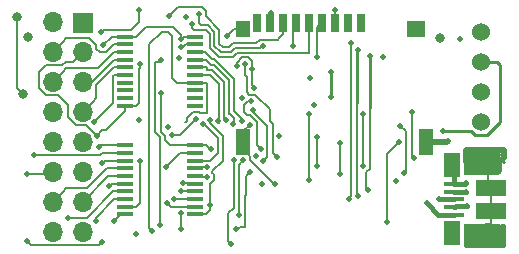
<source format=gbr>
G04 #@! TF.GenerationSoftware,KiCad,Pcbnew,5.1.5+dfsg1-2build2*
G04 #@! TF.CreationDate,2021-08-15T10:11:15+01:00*
G04 #@! TF.ProjectId,picopak,7069636f-7061-46b2-9e6b-696361645f70,rev?*
G04 #@! TF.SameCoordinates,Original*
G04 #@! TF.FileFunction,Copper,L1,Top*
G04 #@! TF.FilePolarity,Positive*
%FSLAX46Y46*%
G04 Gerber Fmt 4.6, Leading zero omitted, Abs format (unit mm)*
G04 Created by KiCad (PCBNEW 5.1.5+dfsg1-2build2) date 2021-08-15 10:11:15*
%MOMM*%
%LPD*%
G04 APERTURE LIST*
%ADD10R,1.450000X0.450000*%
%ADD11C,1.524000*%
%ADD12R,1.200000X2.200000*%
%ADD13R,1.600000X1.400000*%
%ADD14R,1.200000X1.400000*%
%ADD15R,0.700000X1.600000*%
%ADD16R,1.700000X1.700000*%
%ADD17O,1.700000X1.700000*%
%ADD18O,1.450000X1.050000*%
%ADD19R,0.700000X1.825000*%
%ADD20C,0.100000*%
%ADD21R,1.460000X2.000000*%
%ADD22R,1.750000X0.400000*%
%ADD23O,1.800000X1.300000*%
%ADD24R,2.500000X1.425000*%
%ADD25C,0.500000*%
%ADD26C,0.800000*%
%ADD27C,0.400000*%
%ADD28C,0.200000*%
%ADD29C,0.500000*%
%ADD30C,0.250000*%
G04 APERTURE END LIST*
D10*
X182550000Y-71875000D03*
X182550000Y-72525000D03*
X182550000Y-73175000D03*
X182550000Y-73825000D03*
X182550000Y-74475000D03*
X182550000Y-75125000D03*
X182550000Y-75775000D03*
X182550000Y-76425000D03*
X182550000Y-77075000D03*
X182550000Y-77725000D03*
X176650000Y-77725000D03*
X176650000Y-77075000D03*
X176650000Y-76425000D03*
X176650000Y-75775000D03*
X176650000Y-75125000D03*
X176650000Y-74475000D03*
X176650000Y-73825000D03*
X176650000Y-73175000D03*
X176650000Y-72525000D03*
X176650000Y-71875000D03*
D11*
X206800000Y-79145000D03*
X206800000Y-76605000D03*
X206800000Y-74065000D03*
X206800000Y-71525000D03*
D12*
X202150000Y-80800000D03*
X186650000Y-80800000D03*
D13*
X201250000Y-71200000D03*
D14*
X186650000Y-71200000D03*
D15*
X187800000Y-70700000D03*
X190000000Y-70700000D03*
X188900000Y-70700000D03*
X191100000Y-70700000D03*
X192200000Y-70700000D03*
X193300000Y-70700000D03*
X196600000Y-70700000D03*
X195500000Y-70700000D03*
X194400000Y-70700000D03*
D16*
X173050000Y-70700000D03*
D17*
X170510000Y-70620000D03*
X173050000Y-73160000D03*
X170510000Y-73160000D03*
X173050000Y-75700000D03*
X170510000Y-75700000D03*
X173050000Y-78240000D03*
X170510000Y-78240000D03*
X173050000Y-80780000D03*
X170510000Y-80780000D03*
X173050000Y-83320000D03*
X170510000Y-83320000D03*
X173050000Y-85860000D03*
X170510000Y-85860000D03*
X173050000Y-88400000D03*
X170510000Y-88400000D03*
D10*
X182550000Y-81075000D03*
X182550000Y-81725000D03*
X182550000Y-82375000D03*
X182550000Y-83025000D03*
X182550000Y-83675000D03*
X182550000Y-84325000D03*
X182550000Y-84975000D03*
X182550000Y-85625000D03*
X182550000Y-86275000D03*
X182550000Y-86925000D03*
X176650000Y-86925000D03*
X176650000Y-86275000D03*
X176650000Y-85625000D03*
X176650000Y-84975000D03*
X176650000Y-84325000D03*
X176650000Y-83675000D03*
X176650000Y-83025000D03*
X176650000Y-82375000D03*
X176650000Y-81725000D03*
X176650000Y-81075000D03*
D18*
X204320000Y-83225000D03*
D19*
X205650000Y-82662500D03*
G04 #@! TA.AperFunction,SMDPad,CuDef*
D20*
G36*
X208202917Y-82276853D02*
G01*
X208240271Y-82282394D01*
X208276902Y-82291569D01*
X208312457Y-82304291D01*
X208346593Y-82320437D01*
X208378983Y-82339850D01*
X208409315Y-82362346D01*
X208437295Y-82387705D01*
X208462654Y-82415685D01*
X208485150Y-82446017D01*
X208504563Y-82478407D01*
X208520709Y-82512543D01*
X208533431Y-82548098D01*
X208542606Y-82584729D01*
X208548147Y-82622083D01*
X208550000Y-82659800D01*
X208550000Y-83190200D01*
X208548147Y-83227917D01*
X208542606Y-83265271D01*
X208533431Y-83301902D01*
X208520709Y-83337457D01*
X208504563Y-83371593D01*
X208485150Y-83403983D01*
X208462654Y-83434315D01*
X208437295Y-83462295D01*
X208409315Y-83487654D01*
X208378983Y-83510150D01*
X208346593Y-83529563D01*
X208312457Y-83545709D01*
X208276902Y-83558431D01*
X208240271Y-83567606D01*
X208202917Y-83573147D01*
X208165200Y-83575000D01*
X205684800Y-83575000D01*
X205647083Y-83573147D01*
X205609729Y-83567606D01*
X205573098Y-83558431D01*
X205537543Y-83545709D01*
X205503407Y-83529563D01*
X205471017Y-83510150D01*
X205440685Y-83487654D01*
X205412705Y-83462295D01*
X205387346Y-83434315D01*
X205364850Y-83403983D01*
X205345437Y-83371593D01*
X205329291Y-83337457D01*
X205316569Y-83301902D01*
X205307394Y-83265271D01*
X205301853Y-83227917D01*
X205300000Y-83190200D01*
X205300000Y-82659800D01*
X205301853Y-82622083D01*
X205307394Y-82584729D01*
X205316569Y-82548098D01*
X205329291Y-82512543D01*
X205345437Y-82478407D01*
X205364850Y-82446017D01*
X205387346Y-82415685D01*
X205412705Y-82387705D01*
X205440685Y-82362346D01*
X205471017Y-82339850D01*
X205503407Y-82320437D01*
X205537543Y-82304291D01*
X205573098Y-82291569D01*
X205609729Y-82282394D01*
X205647083Y-82276853D01*
X205684800Y-82275000D01*
X208165200Y-82275000D01*
X208202917Y-82276853D01*
G37*
G04 #@! TD.AperFunction*
G04 #@! TA.AperFunction,SMDPad,CuDef*
G36*
X208202917Y-87726853D02*
G01*
X208240271Y-87732394D01*
X208276902Y-87741569D01*
X208312457Y-87754291D01*
X208346593Y-87770437D01*
X208378983Y-87789850D01*
X208409315Y-87812346D01*
X208437295Y-87837705D01*
X208462654Y-87865685D01*
X208485150Y-87896017D01*
X208504563Y-87928407D01*
X208520709Y-87962543D01*
X208533431Y-87998098D01*
X208542606Y-88034729D01*
X208548147Y-88072083D01*
X208550000Y-88109800D01*
X208550000Y-88640200D01*
X208548147Y-88677917D01*
X208542606Y-88715271D01*
X208533431Y-88751902D01*
X208520709Y-88787457D01*
X208504563Y-88821593D01*
X208485150Y-88853983D01*
X208462654Y-88884315D01*
X208437295Y-88912295D01*
X208409315Y-88937654D01*
X208378983Y-88960150D01*
X208346593Y-88979563D01*
X208312457Y-88995709D01*
X208276902Y-89008431D01*
X208240271Y-89017606D01*
X208202917Y-89023147D01*
X208165200Y-89025000D01*
X205684800Y-89025000D01*
X205647083Y-89023147D01*
X205609729Y-89017606D01*
X205573098Y-89008431D01*
X205537543Y-88995709D01*
X205503407Y-88979563D01*
X205471017Y-88960150D01*
X205440685Y-88937654D01*
X205412705Y-88912295D01*
X205387346Y-88884315D01*
X205364850Y-88853983D01*
X205345437Y-88821593D01*
X205329291Y-88787457D01*
X205316569Y-88751902D01*
X205307394Y-88715271D01*
X205301853Y-88677917D01*
X205300000Y-88640200D01*
X205300000Y-88109800D01*
X205301853Y-88072083D01*
X205307394Y-88034729D01*
X205316569Y-87998098D01*
X205329291Y-87962543D01*
X205345437Y-87928407D01*
X205364850Y-87896017D01*
X205387346Y-87865685D01*
X205412705Y-87837705D01*
X205440685Y-87812346D01*
X205471017Y-87789850D01*
X205503407Y-87770437D01*
X205537543Y-87754291D01*
X205573098Y-87741569D01*
X205609729Y-87732394D01*
X205647083Y-87726853D01*
X205684800Y-87725000D01*
X208165200Y-87725000D01*
X208202917Y-87726853D01*
G37*
G04 #@! TD.AperFunction*
D19*
X205650000Y-88637500D03*
D21*
X204320000Y-88550000D03*
X204320000Y-82750000D03*
D22*
X204525000Y-86950000D03*
X204525000Y-86300000D03*
X204525000Y-85650000D03*
X204525000Y-85000000D03*
X204525000Y-84350000D03*
D18*
X204320000Y-88075000D03*
D23*
X207350000Y-88375000D03*
X207350000Y-82925000D03*
D24*
X207600000Y-86612500D03*
X207600000Y-84687500D03*
D25*
X205500000Y-85000000D03*
X204000000Y-80700000D03*
X199600000Y-84100000D03*
X189300000Y-84400000D03*
X192300000Y-75400000D03*
X192600000Y-77700000D03*
X190900000Y-72699989D03*
X201250000Y-71200000D03*
X181400000Y-72800003D03*
X177600000Y-88625001D03*
X175691075Y-87529336D03*
X180150000Y-82900000D03*
X205000000Y-72100000D03*
X187223784Y-79329032D03*
X185300000Y-71800000D03*
X181800000Y-70200000D03*
X174249693Y-80279259D03*
X186535835Y-77083472D03*
X205500000Y-84300000D03*
X202200000Y-86000000D03*
X187600000Y-76200000D03*
X187400000Y-74600000D03*
X186100000Y-74349990D03*
X188200000Y-84400000D03*
X189700000Y-80300000D03*
X187750000Y-82023625D03*
X192900000Y-73600000D03*
X181400000Y-72100000D03*
X198500000Y-73600000D03*
X183954047Y-81430282D03*
X192900000Y-82800000D03*
X192900000Y-80345010D03*
X179726556Y-76695626D03*
D26*
X203300000Y-72000000D03*
D25*
X199961091Y-79461091D03*
X200300000Y-83400000D03*
X194800000Y-83500000D03*
X194804990Y-80895010D03*
X177800000Y-78900000D03*
X180267104Y-79500000D03*
X197200000Y-84850000D03*
X205623263Y-86240711D03*
X196350000Y-85400000D03*
X203200000Y-85600000D03*
X188150000Y-81391928D03*
X187292753Y-77350677D03*
X188318185Y-82432487D03*
X187511597Y-78081384D03*
X192200000Y-84000000D03*
X192200000Y-78400000D03*
X196800000Y-78400000D03*
X196800000Y-82800000D03*
X198800000Y-87600000D03*
X199850010Y-80800000D03*
X179600000Y-87800000D03*
X181200001Y-73700000D03*
X179700000Y-73900000D03*
X177900000Y-74200000D03*
D26*
X168400000Y-71900000D03*
D25*
X174800000Y-72600000D03*
X197400000Y-73500000D03*
X196350000Y-73000000D03*
X194100000Y-74900000D03*
X194100000Y-77000000D03*
X203600000Y-79900000D03*
X186800000Y-74200000D03*
X189500000Y-82050000D03*
X200900000Y-78300000D03*
X201100000Y-82200000D03*
X182922988Y-69950000D03*
X188300000Y-72699989D03*
X174400000Y-81200000D03*
D26*
X168000000Y-76700000D03*
X167500000Y-70200000D03*
D25*
X177800000Y-69600000D03*
X174600000Y-71475000D03*
X186000000Y-88200000D03*
X181400000Y-88200000D03*
X181374998Y-86825000D03*
X187200000Y-83385998D03*
X186650000Y-82350002D03*
X186250000Y-87000001D03*
X195800000Y-72400000D03*
X195600000Y-85600000D03*
X196600000Y-70700000D03*
X189000000Y-69900000D03*
X182300000Y-70800000D03*
X186564080Y-79000000D03*
X185781332Y-79315290D03*
X185190616Y-78939714D03*
X184495725Y-79024135D03*
X178900000Y-88325000D03*
X185600000Y-89425000D03*
X185831067Y-82302913D03*
X174007124Y-79125157D03*
X183203215Y-79302710D03*
X183547115Y-82958407D03*
X183605663Y-83794773D03*
X181554999Y-84260001D03*
X181361872Y-84932835D03*
X180800000Y-85600000D03*
X182668011Y-78851535D03*
X180612490Y-80200000D03*
X180193780Y-85950000D03*
X183840711Y-86175000D03*
X183800985Y-78938466D03*
X177900000Y-82400000D03*
X174150000Y-87500000D03*
X170510000Y-80780000D03*
X171800000Y-87200000D03*
X175300000Y-84500000D03*
X174700000Y-89300000D03*
X168300000Y-89200000D03*
X168300000Y-83500000D03*
X174700000Y-82600000D03*
X168900000Y-81900000D03*
X180400000Y-70100000D03*
X194400000Y-69600000D03*
X195504265Y-70689337D03*
D27*
X204525000Y-85000000D02*
X205500000Y-85000000D01*
D28*
X207600000Y-87700000D02*
X206925000Y-88375000D01*
X207600000Y-86612500D02*
X207600000Y-87700000D01*
X207350000Y-84437500D02*
X207600000Y-84687500D01*
X207350000Y-82925000D02*
X207350000Y-84437500D01*
X207600000Y-84687500D02*
X207600000Y-86612500D01*
D29*
X203900000Y-80800000D02*
X204000000Y-80700000D01*
X202150000Y-80800000D02*
X203900000Y-80800000D01*
D28*
X190900000Y-70900000D02*
X191100000Y-70700000D01*
X190900000Y-72699989D02*
X190900000Y-70900000D01*
X181513999Y-72800003D02*
X181400000Y-72800003D01*
X181789002Y-72525000D02*
X181513999Y-72800003D01*
X182550000Y-72525000D02*
X181789002Y-72525000D01*
X176295411Y-86925000D02*
X175691075Y-87529336D01*
X176650000Y-86925000D02*
X176295411Y-86925000D01*
X181325000Y-81725000D02*
X182550000Y-81725000D01*
X180150000Y-82900000D02*
X181325000Y-81725000D01*
X186650000Y-79902816D02*
X187223784Y-79329032D01*
X186650000Y-80800000D02*
X186650000Y-79902816D01*
X185900000Y-71200000D02*
X185300000Y-71800000D01*
X186650000Y-71200000D02*
X185900000Y-71200000D01*
X176650000Y-78150000D02*
X175000000Y-79800000D01*
X176650000Y-77725000D02*
X176650000Y-78150000D01*
X172507998Y-79400000D02*
X171800000Y-78692002D01*
X173372002Y-79400000D02*
X172507998Y-79400000D01*
X174249693Y-80277691D02*
X173372002Y-79400000D01*
X174249693Y-80279259D02*
X174249693Y-80277691D01*
X172200001Y-74009999D02*
X173050000Y-73160000D01*
X171334300Y-74310001D02*
X171634302Y-74009999D01*
X169957999Y-74310001D02*
X171334300Y-74310001D01*
X169359999Y-74908001D02*
X169957999Y-74310001D01*
X169359999Y-76252001D02*
X169359999Y-74908001D01*
X169957999Y-76850001D02*
X169359999Y-76252001D01*
X171634302Y-74009999D02*
X172200001Y-74009999D01*
X170950001Y-76850001D02*
X169957999Y-76850001D01*
X171800000Y-77700000D02*
X170950001Y-76850001D01*
X171800000Y-78692002D02*
X171800000Y-77700000D01*
X189050001Y-84150001D02*
X189300000Y-84400000D01*
X187199999Y-82299999D02*
X189050001Y-84150001D01*
X187199999Y-81999999D02*
X187199999Y-82299999D01*
X186650000Y-81450000D02*
X187199999Y-81999999D01*
X186650000Y-80800000D02*
X186650000Y-81450000D01*
X174728952Y-79800000D02*
X174249693Y-80279259D01*
X175000000Y-79800000D02*
X174728952Y-79800000D01*
D30*
X206000000Y-89300000D02*
X206000000Y-89500000D01*
X207500000Y-89300000D02*
X206000000Y-89300000D01*
X208700000Y-89649990D02*
X205400000Y-89649990D01*
X205650000Y-88637500D02*
X205650000Y-88750000D01*
X208700000Y-89500000D02*
X208700000Y-89649990D01*
X208400000Y-89100000D02*
X208400000Y-89300000D01*
X208500000Y-89500000D02*
X208500000Y-88100000D01*
X206000000Y-89100000D02*
X208300000Y-89100000D01*
X208500000Y-88100000D02*
X208500000Y-87800000D01*
X206000000Y-89500000D02*
X208400000Y-89500000D01*
X205650000Y-88750000D02*
X206000000Y-89100000D01*
X208500000Y-87800000D02*
X208700000Y-87800000D01*
X208700000Y-87800000D02*
X208700000Y-89500000D01*
X208400000Y-89300000D02*
X207500000Y-89300000D01*
X208300000Y-89100000D02*
X208400000Y-89100000D01*
X208400000Y-89500000D02*
X208500000Y-89500000D01*
X206850000Y-82200000D02*
X206800000Y-82200000D01*
X206100000Y-82300000D02*
X206100000Y-82100000D01*
X206925000Y-82275000D02*
X206850000Y-82200000D01*
X206800000Y-82200000D02*
X206700000Y-82300000D01*
X206925000Y-82925000D02*
X206925000Y-82275000D01*
X206700000Y-82300000D02*
X206100000Y-82300000D01*
X206100000Y-82100000D02*
X208200000Y-82100000D01*
X208200000Y-82100000D02*
X208300000Y-82200000D01*
X208300000Y-82200000D02*
X208200000Y-82200000D01*
X208300000Y-82200000D02*
X208700000Y-82200000D01*
X208700000Y-82500000D02*
X208500000Y-82300000D01*
D29*
X208700000Y-81500000D02*
X205500000Y-81500000D01*
X205500000Y-82512500D02*
X205650000Y-82662500D01*
X205500000Y-81500000D02*
X205500000Y-82512500D01*
X208700000Y-82200000D02*
X208700000Y-81900000D01*
X208700000Y-81900000D02*
X208700000Y-81500000D01*
X208200000Y-81900000D02*
X206100000Y-81900000D01*
D27*
X204525000Y-83430000D02*
X204320000Y-83225000D01*
X204525000Y-84350000D02*
X204525000Y-83430000D01*
X205450000Y-84350000D02*
X205500000Y-84300000D01*
X204525000Y-84350000D02*
X205450000Y-84350000D01*
X203150000Y-86950000D02*
X202200000Y-86000000D01*
X204525000Y-86950000D02*
X203150000Y-86950000D01*
D28*
X187400000Y-76000000D02*
X187600000Y-76200000D01*
X187400000Y-74600000D02*
X187400000Y-76000000D01*
X187350001Y-74550001D02*
X187400000Y-74600000D01*
X187350001Y-73935999D02*
X187350001Y-74550001D01*
X187064001Y-73649999D02*
X187350001Y-73935999D01*
X186535999Y-73649999D02*
X187064001Y-73649999D01*
X186100000Y-74085998D02*
X186535999Y-73649999D01*
X186100000Y-74349990D02*
X186100000Y-74085998D01*
X192900000Y-71100000D02*
X193300000Y-70700000D01*
X192900000Y-73600000D02*
X192900000Y-71100000D01*
X181625000Y-71875000D02*
X181400000Y-72100000D01*
X182550000Y-71875000D02*
X181625000Y-71875000D01*
X183474304Y-81075000D02*
X182550000Y-81075000D01*
X183829586Y-81430282D02*
X183474304Y-81075000D01*
X183954047Y-81430282D02*
X183829586Y-81430282D01*
X178400011Y-71049989D02*
X177575000Y-71875000D01*
X180703542Y-71049989D02*
X178400011Y-71049989D01*
X181400000Y-71746447D02*
X180703542Y-71049989D01*
X177575000Y-71875000D02*
X176650000Y-71875000D01*
X181400000Y-72100000D02*
X181400000Y-71746447D01*
X180475000Y-81075000D02*
X182550000Y-81075000D01*
X180062489Y-80295279D02*
X180062489Y-80662489D01*
X180062489Y-80662489D02*
X180475000Y-81075000D01*
X179717104Y-79949894D02*
X180062489Y-80295279D01*
X179717104Y-76695627D02*
X179717104Y-79949894D01*
X192900000Y-82800000D02*
X192900000Y-82446447D01*
X192900000Y-82446447D02*
X192900000Y-80345010D01*
X200400011Y-83299989D02*
X200300000Y-83400000D01*
X200400011Y-79900011D02*
X200400011Y-83299989D01*
X199961091Y-79461091D02*
X200400011Y-79900011D01*
X194800000Y-80900000D02*
X194804990Y-80895010D01*
X194800000Y-83500000D02*
X194800000Y-80900000D01*
X197350001Y-77925814D02*
X197350001Y-78664001D01*
X197350001Y-83064001D02*
X197064001Y-83350001D01*
X197350001Y-78664001D02*
X197350001Y-83064001D01*
X197064001Y-84714001D02*
X197200000Y-84850000D01*
X197064001Y-83350001D02*
X197064001Y-84714001D01*
X204584289Y-86240711D02*
X204525000Y-86300000D01*
X205623263Y-86240711D02*
X204584289Y-86240711D01*
D27*
X204631421Y-86250001D02*
X205623263Y-86250001D01*
X204581422Y-86300000D02*
X204631421Y-86250001D01*
X204525000Y-86300000D02*
X204581422Y-86300000D01*
D28*
X196249999Y-85299999D02*
X196350000Y-85400000D01*
X196249999Y-77503554D02*
X196249999Y-85299999D01*
D27*
X203250000Y-85650000D02*
X203200000Y-85600000D01*
X204525000Y-85650000D02*
X203250000Y-85650000D01*
D28*
X186686476Y-78262210D02*
X186972476Y-78548210D01*
X186686476Y-77710649D02*
X186686476Y-78262210D01*
X187046447Y-77350678D02*
X186686476Y-77710649D01*
X186972476Y-78548210D02*
X187220780Y-78548210D01*
X187220780Y-78548210D02*
X187800000Y-79127430D01*
X187800000Y-79127430D02*
X187800000Y-79400000D01*
X187800000Y-81041928D02*
X188150000Y-81391928D01*
X187800000Y-79400000D02*
X187800000Y-81041928D01*
X188700001Y-82050671D02*
X188318185Y-82432487D01*
X188700001Y-79461733D02*
X188700001Y-82050671D01*
X187511597Y-78273329D02*
X187511597Y-78081384D01*
X188700001Y-79461733D02*
X187511597Y-78273329D01*
X192200000Y-79000000D02*
X192200000Y-84000000D01*
X192200000Y-78400000D02*
X192200000Y-79000000D01*
X196800000Y-78400000D02*
X196800000Y-82800000D01*
X198800000Y-87600000D02*
X198800000Y-87246447D01*
X198800000Y-81850010D02*
X199850010Y-80800000D01*
X198800000Y-87246447D02*
X198800000Y-81850010D01*
X179167104Y-79965592D02*
X179600000Y-80398488D01*
X179600000Y-80398488D02*
X179600000Y-87800000D01*
X179167104Y-74007898D02*
X179167104Y-79965592D01*
X179592102Y-74007898D02*
X179167104Y-74007898D01*
X179700000Y-73900000D02*
X179592102Y-74007898D01*
X177900000Y-74553553D02*
X177800000Y-74653553D01*
X177900000Y-74200000D02*
X177900000Y-74553553D01*
X177575000Y-77725000D02*
X176650000Y-77725000D01*
X177800000Y-77500000D02*
X177575000Y-77725000D01*
X177800000Y-74653553D02*
X177800000Y-77500000D01*
X175525000Y-71875000D02*
X174800000Y-72600000D01*
X176650000Y-71875000D02*
X175525000Y-71875000D01*
D30*
X197350001Y-73549999D02*
X197400000Y-73500000D01*
X197350001Y-77925814D02*
X197350001Y-73549999D01*
X196249999Y-73100001D02*
X196350000Y-73000000D01*
X196249999Y-77503554D02*
X196249999Y-73100001D01*
X194100000Y-74900000D02*
X194100000Y-77000000D01*
X208165000Y-74065000D02*
X206800000Y-74065000D01*
X208400000Y-74300000D02*
X208165000Y-74065000D01*
X208400000Y-79153762D02*
X208400000Y-74300000D01*
X207321761Y-80232001D02*
X208400000Y-79153762D01*
X205946238Y-79900000D02*
X206278239Y-80232001D01*
X206278239Y-80232001D02*
X207321761Y-80232001D01*
X203600000Y-79900000D02*
X205946238Y-79900000D01*
D28*
X187664001Y-76800677D02*
X188900001Y-78036677D01*
X187135999Y-76800677D02*
X187664001Y-76800677D01*
X186936685Y-76601363D02*
X187135999Y-76800677D01*
X186936685Y-75298683D02*
X186936685Y-76601363D01*
X186800000Y-75161998D02*
X186936685Y-75298683D01*
X186800000Y-74200000D02*
X186800000Y-75161998D01*
X188900001Y-78036677D02*
X188900001Y-78999999D01*
X189149999Y-81699999D02*
X189500000Y-82050000D01*
X189149999Y-79249997D02*
X189149999Y-81699999D01*
X188900001Y-78999999D02*
X189149999Y-79249997D01*
X200900000Y-82000000D02*
X201100000Y-82200000D01*
X200900000Y-78300000D02*
X200900000Y-82000000D01*
X174400000Y-81200000D02*
X174525000Y-81075000D01*
X174525000Y-81075000D02*
X176650000Y-81075000D01*
X182922988Y-70760864D02*
X182922988Y-69950000D01*
X183630700Y-70900000D02*
X183062124Y-70900000D01*
X184200010Y-72671518D02*
X184200009Y-71469309D01*
X184728492Y-73200000D02*
X184200010Y-72671518D01*
X185634301Y-73200000D02*
X184728492Y-73200000D01*
X185984322Y-72849979D02*
X185634301Y-73200000D01*
X188050021Y-72849979D02*
X185984322Y-72849979D01*
X183062124Y-70900000D02*
X182922988Y-70760864D01*
X184200009Y-71469309D02*
X183630700Y-70900000D01*
X188200011Y-72699989D02*
X188050021Y-72849979D01*
X188300000Y-72699989D02*
X188200011Y-72699989D01*
X167500000Y-76200000D02*
X167500000Y-70200000D01*
X168000000Y-76700000D02*
X167500000Y-76200000D01*
X177134623Y-71325010D02*
X175574990Y-71325010D01*
X177800000Y-70659633D02*
X177134623Y-71325010D01*
X177800000Y-69600000D02*
X177800000Y-70659633D01*
X174749990Y-71325010D02*
X174600000Y-71475000D01*
X175574990Y-71325010D02*
X174749990Y-71325010D01*
X186849999Y-83735999D02*
X186849999Y-85249999D01*
X187000000Y-83585998D02*
X186849999Y-83735999D01*
X187000000Y-83553553D02*
X187000000Y-83585998D01*
X186800000Y-85299998D02*
X186800000Y-88000000D01*
X186849999Y-85249999D02*
X186800000Y-85299998D01*
X186800000Y-88000000D02*
X186400000Y-88000000D01*
X186200000Y-88200000D02*
X186000000Y-88200000D01*
X186400000Y-88000000D02*
X186200000Y-88200000D01*
X181400000Y-86850002D02*
X181374998Y-86825000D01*
X181400000Y-88200000D02*
X181400000Y-86850002D01*
X187000000Y-83585998D02*
X187200000Y-83385998D01*
X186250000Y-82750002D02*
X186250000Y-87000001D01*
X186650000Y-82350002D02*
X186250000Y-82750002D01*
X195800000Y-85400000D02*
X195600000Y-85600000D01*
X195800000Y-72400000D02*
X195800000Y-85400000D01*
X183515001Y-71349999D02*
X183800000Y-71634998D01*
X182496446Y-71349999D02*
X183515001Y-71349999D01*
X182300000Y-71153553D02*
X182496446Y-71349999D01*
X182300000Y-70800000D02*
X182300000Y-71153553D01*
X183800000Y-71634998D02*
X183800000Y-72837206D01*
X184562794Y-73600000D02*
X185800000Y-73600000D01*
X183800000Y-72837206D02*
X184562794Y-73600000D01*
X186150011Y-73249989D02*
X192250011Y-73249989D01*
X185800000Y-73600000D02*
X186150011Y-73249989D01*
X192200000Y-73199978D02*
X192200000Y-70700000D01*
X192250011Y-73249989D02*
X192200000Y-73199978D01*
X183975011Y-73759312D02*
X183975011Y-73809313D01*
X183390699Y-73175000D02*
X183975011Y-73759312D01*
X182550000Y-73175000D02*
X183390699Y-73175000D01*
X183975011Y-73809313D02*
X184206409Y-73809313D01*
X184206409Y-73809313D02*
X184322068Y-73924972D01*
X184322068Y-73924972D02*
X185648548Y-75251452D01*
X185648548Y-75251452D02*
X185900000Y-75502904D01*
X185900000Y-75502904D02*
X185900000Y-78200000D01*
X186564080Y-78864080D02*
X186564080Y-79178640D01*
X185900000Y-78200000D02*
X186564080Y-78864080D01*
X183575001Y-73975001D02*
X183575001Y-73925001D01*
X183924980Y-74324980D02*
X183575001Y-73975001D01*
X184156378Y-74324980D02*
X183924980Y-74324980D01*
X183475000Y-73825000D02*
X182550000Y-73825000D01*
X185426121Y-75594723D02*
X184156378Y-74324980D01*
X183575001Y-73925001D02*
X183475000Y-73825000D01*
X185426121Y-78426121D02*
X185426121Y-75594723D01*
X185460458Y-78460458D02*
X185426121Y-78426121D01*
X185900000Y-78800311D02*
X185560147Y-78460458D01*
X185900000Y-79196622D02*
X185900000Y-78800311D01*
X185560147Y-78460458D02*
X185460458Y-78460458D01*
X185781332Y-79315290D02*
X185900000Y-79196622D01*
X183475000Y-74475000D02*
X183575001Y-74575001D01*
X182550000Y-74475000D02*
X183475000Y-74475000D01*
X183990689Y-74724990D02*
X185026111Y-75760412D01*
X183624990Y-74724990D02*
X183990689Y-74724990D01*
X183575001Y-74675001D02*
X183624990Y-74724990D01*
X183575001Y-74575001D02*
X183575001Y-74675001D01*
X185026111Y-75760412D02*
X185026111Y-77526111D01*
X185026111Y-77526111D02*
X185026111Y-78800000D01*
X185085687Y-78800000D02*
X185296146Y-79010459D01*
X185026111Y-78800000D02*
X185085687Y-78800000D01*
X182550000Y-75125000D02*
X183825000Y-75125000D01*
X183825000Y-75125000D02*
X184000000Y-75300000D01*
X184626101Y-75926101D02*
X184626101Y-79213050D01*
X184000000Y-75300000D02*
X184626101Y-75926101D01*
X183575001Y-78324999D02*
X183550001Y-78349999D01*
X183575001Y-75875001D02*
X183575001Y-78324999D01*
X183475000Y-75775000D02*
X183575001Y-75875001D01*
X182550000Y-75775000D02*
X183475000Y-75775000D01*
X181900000Y-78805544D02*
X181900000Y-79000000D01*
X182404010Y-78301534D02*
X181900000Y-78805544D01*
X182932012Y-78301534D02*
X182404010Y-78301534D01*
X182980477Y-78349999D02*
X182932012Y-78301534D01*
X183550001Y-78349999D02*
X182980477Y-78349999D01*
X181800000Y-79100000D02*
X181700000Y-79100000D01*
X181900000Y-79000000D02*
X181800000Y-79100000D01*
X178674999Y-88099999D02*
X178900000Y-88325000D01*
X180264001Y-71449999D02*
X179735999Y-71449999D01*
X180650001Y-71835999D02*
X180650001Y-75350001D01*
X180264001Y-71449999D02*
X180650001Y-71835999D01*
X181075000Y-75775000D02*
X182550000Y-75775000D01*
X180650001Y-75350001D02*
X181075000Y-75775000D01*
X178650001Y-88075001D02*
X178900000Y-88325000D01*
X178650001Y-72535997D02*
X178650001Y-88075001D01*
X179735999Y-71449999D02*
X178650001Y-72535997D01*
X185831067Y-86357935D02*
X185831067Y-82302913D01*
X185350001Y-86839001D02*
X185831067Y-86357935D01*
X185350001Y-89175001D02*
X185350001Y-86839001D01*
X185600000Y-89425000D02*
X185350001Y-89175001D01*
X175624999Y-77507282D02*
X174007124Y-79125157D01*
X175624999Y-75225001D02*
X175624999Y-77507282D01*
X175725000Y-75125000D02*
X175624999Y-75225001D01*
X176650000Y-75125000D02*
X175725000Y-75125000D01*
X173899999Y-77390001D02*
X173050000Y-78240000D01*
X174200001Y-75999999D02*
X174200001Y-77089999D01*
X174200001Y-77089999D02*
X173899999Y-77390001D01*
X175725000Y-74475000D02*
X174200001Y-75999999D01*
X176650000Y-74475000D02*
X175725000Y-74475000D01*
X173850000Y-75700000D02*
X173050000Y-75700000D01*
X175725000Y-73825000D02*
X173850000Y-75700000D01*
X176650000Y-73825000D02*
X175725000Y-73825000D01*
X171359999Y-74850001D02*
X170510000Y-75700000D01*
X171660001Y-74549999D02*
X171359999Y-74850001D01*
X174350001Y-74549999D02*
X171660001Y-74549999D01*
X175725000Y-73175000D02*
X174350001Y-74549999D01*
X176650000Y-73175000D02*
X175725000Y-73175000D01*
X171660001Y-72009999D02*
X171359999Y-72310001D01*
X173602001Y-72009999D02*
X171660001Y-72009999D01*
X174200001Y-72607999D02*
X173602001Y-72009999D01*
X174200001Y-72900001D02*
X174200001Y-72607999D01*
X174500000Y-73200000D02*
X174200001Y-72900001D01*
X175050000Y-73200000D02*
X174500000Y-73200000D01*
X171359999Y-72310001D02*
X170510000Y-73160000D01*
X175725000Y-72525000D02*
X175050000Y-73200000D01*
X176650000Y-72525000D02*
X175725000Y-72525000D01*
X183475000Y-82375000D02*
X182550000Y-82375000D01*
X183823331Y-82375000D02*
X183475000Y-82375000D01*
X184504048Y-81694283D02*
X183823331Y-82375000D01*
X184504048Y-80504048D02*
X184504048Y-81694283D01*
X183300000Y-79300000D02*
X184504048Y-80504048D01*
X182616593Y-82958407D02*
X182550000Y-83025000D01*
X183547115Y-82958407D02*
X182616593Y-82958407D01*
X182669773Y-83794773D02*
X182550000Y-83675000D01*
X183605663Y-83794773D02*
X182669773Y-83794773D01*
X182485001Y-84260001D02*
X182550000Y-84325000D01*
X181554999Y-84260001D02*
X182485001Y-84260001D01*
X182507835Y-84932835D02*
X182550000Y-84975000D01*
X181361872Y-84932835D02*
X182507835Y-84932835D01*
X182525000Y-85600000D02*
X182550000Y-85625000D01*
X180800000Y-85600000D02*
X182525000Y-85600000D01*
X181319546Y-80200000D02*
X180612490Y-80200000D01*
X182668011Y-78851535D02*
X181319546Y-80200000D01*
X180193780Y-85950000D02*
X180518780Y-86275000D01*
X181875000Y-86275000D02*
X182550000Y-86275000D01*
X180518780Y-86275000D02*
X181875000Y-86275000D01*
X183475000Y-86925000D02*
X182550000Y-86925000D01*
X183840711Y-86559289D02*
X183475000Y-86925000D01*
X183840711Y-86175000D02*
X183840711Y-86559289D01*
X183800000Y-84400000D02*
X183840711Y-86175000D01*
X183840711Y-84459289D02*
X183800000Y-84400000D01*
X183800985Y-79235287D02*
X183800985Y-78938466D01*
X184019524Y-83300000D02*
X184904058Y-82415466D01*
X184019524Y-83394632D02*
X184019524Y-83300000D01*
X184904058Y-80338359D02*
X183800985Y-79235287D01*
X184155664Y-83530772D02*
X184019524Y-83394632D01*
X184904058Y-82415466D02*
X184904058Y-80338359D01*
X184155664Y-84044336D02*
X184155664Y-83530772D01*
X183800000Y-84400000D02*
X184155664Y-84044336D01*
X177900000Y-85950000D02*
X177900000Y-82400000D01*
X177575000Y-86275000D02*
X177900000Y-85950000D01*
X176650000Y-86275000D02*
X177575000Y-86275000D01*
X174150000Y-87200000D02*
X174150000Y-87500000D01*
X175725000Y-85625000D02*
X174150000Y-87200000D01*
X176650000Y-85625000D02*
X175725000Y-85625000D01*
X173414002Y-87200000D02*
X171800000Y-87200000D01*
X175639002Y-84975000D02*
X173414002Y-87200000D01*
X176650000Y-84975000D02*
X175639002Y-84975000D01*
X175475000Y-84325000D02*
X175300000Y-84500000D01*
X176650000Y-84325000D02*
X175475000Y-84325000D01*
X168650001Y-89550001D02*
X168300000Y-89200000D01*
X174449999Y-89550001D02*
X168650001Y-89550001D01*
X174700000Y-89300000D02*
X174449999Y-89550001D01*
X170330000Y-83500000D02*
X170510000Y-83320000D01*
X168300000Y-83500000D02*
X170330000Y-83500000D01*
X175235000Y-83675000D02*
X173050000Y-85860000D01*
X176650000Y-83675000D02*
X175235000Y-83675000D01*
X171359999Y-85010001D02*
X170510000Y-85860000D01*
X171660001Y-84709999D02*
X171359999Y-85010001D01*
X173404003Y-84709999D02*
X171660001Y-84709999D01*
X175089002Y-83025000D02*
X173404003Y-84709999D01*
X176650000Y-83025000D02*
X175089002Y-83025000D01*
X174925000Y-82375000D02*
X174700000Y-82600000D01*
X176650000Y-82375000D02*
X174925000Y-82375000D01*
X168930001Y-81930001D02*
X168900000Y-81900000D01*
X174484001Y-81930001D02*
X168930001Y-81930001D01*
X174689002Y-81725000D02*
X174484001Y-81930001D01*
X176650000Y-81725000D02*
X174689002Y-81725000D01*
X181100001Y-69399999D02*
X180400000Y-70100000D01*
X183186989Y-69399999D02*
X181100001Y-69399999D01*
X190000000Y-70700000D02*
X190000000Y-71700000D01*
X190000000Y-71700000D02*
X189700000Y-72000000D01*
X189700000Y-72000000D02*
X189699976Y-72000000D01*
X184600018Y-72500018D02*
X184600018Y-71303621D01*
X183472989Y-69685999D02*
X183186989Y-69399999D01*
X189699976Y-72000000D02*
X189549988Y-72149988D01*
X189549988Y-72149988D02*
X188035999Y-72149988D01*
X188035999Y-72149988D02*
X187736018Y-72449969D01*
X185818633Y-72449969D02*
X185468613Y-72799990D01*
X187736018Y-72449969D02*
X185818633Y-72449969D01*
X185468613Y-72799990D02*
X184899990Y-72799990D01*
X184899990Y-72799990D02*
X184600018Y-72500018D01*
X183472989Y-70176592D02*
X184600018Y-71303621D01*
X183472989Y-69685999D02*
X183472989Y-70176592D01*
X194400000Y-69600000D02*
X194400000Y-70700000D01*
M02*

</source>
